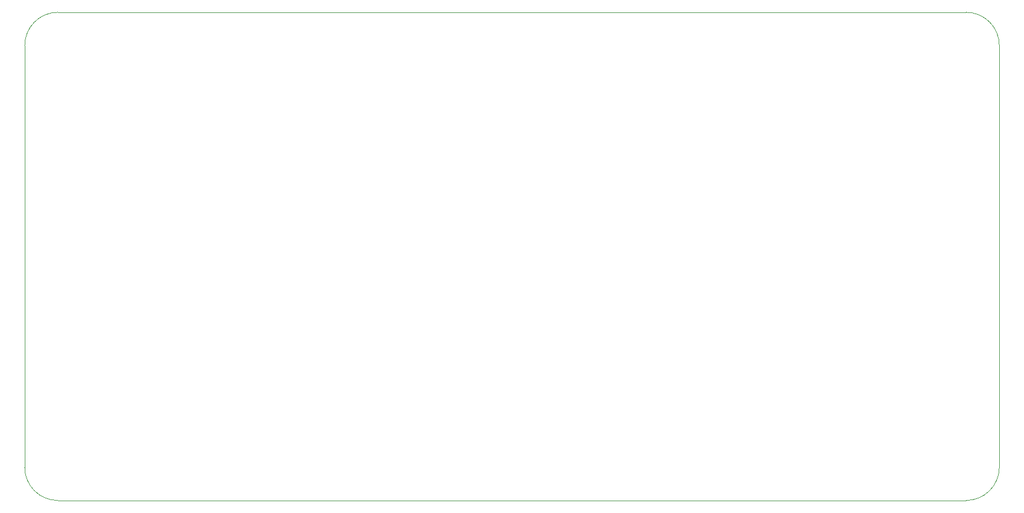
<source format=gbr>
%TF.GenerationSoftware,KiCad,Pcbnew,(6.0.5)*%
%TF.CreationDate,2022-08-19T06:06:55-03:00*%
%TF.ProjectId,chess_clock_proj,63686573-735f-4636-9c6f-636b5f70726f,v1.0*%
%TF.SameCoordinates,Original*%
%TF.FileFunction,Profile,NP*%
%FSLAX46Y46*%
G04 Gerber Fmt 4.6, Leading zero omitted, Abs format (unit mm)*
G04 Created by KiCad (PCBNEW (6.0.5)) date 2022-08-19 06:06:55*
%MOMM*%
%LPD*%
G01*
G04 APERTURE LIST*
%TA.AperFunction,Profile*%
%ADD10C,0.100000*%
%TD*%
G04 APERTURE END LIST*
D10*
X80020000Y-130980000D02*
X216520000Y-130980000D01*
X216520000Y-130980000D02*
G75*
G03*
X221520000Y-125980000I0J5000000D01*
G01*
X80020000Y-57580000D02*
G75*
G03*
X75020000Y-62580000I0J-5000000D01*
G01*
X221520000Y-125980000D02*
X221520000Y-62580000D01*
X75020000Y-125980000D02*
X75020000Y-62580000D01*
X221520000Y-62580000D02*
G75*
G03*
X216520000Y-57580000I-5000000J0D01*
G01*
X80020000Y-57580000D02*
X216520000Y-57580000D01*
X75020000Y-125980000D02*
G75*
G03*
X80020000Y-130980000I4980000J-20000D01*
G01*
M02*

</source>
